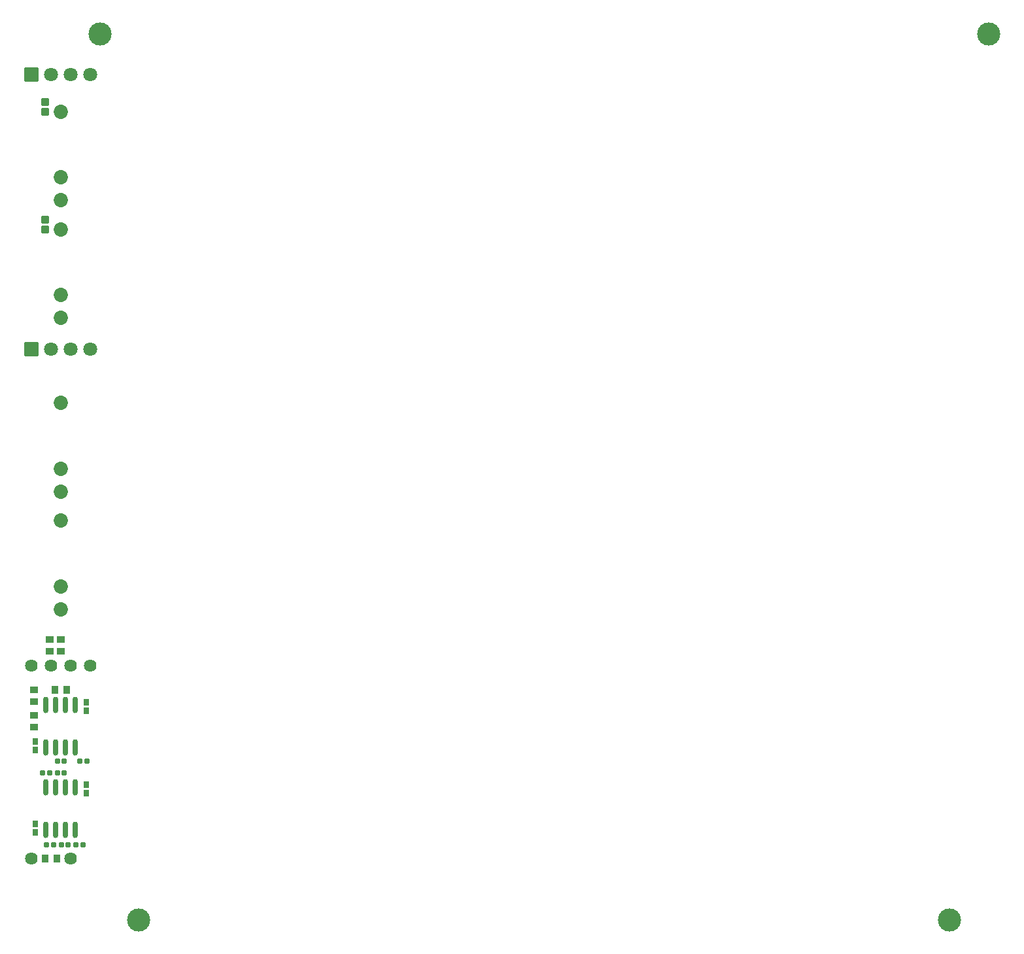
<source format=gbs>
G04 Layer: BottomSolderMaskLayer*
G04 EasyEDA v6.5.29, 2023-07-16 12:04:07*
G04 4946885894e94847ae742278ab8b5cb3,5a6b42c53f6a479593ecc07194224c93,10*
G04 Gerber Generator version 0.2*
G04 Scale: 100 percent, Rotated: No, Reflected: No *
G04 Dimensions in millimeters *
G04 leading zeros omitted , absolute positions ,4 integer and 5 decimal *
%FSLAX45Y45*%
%MOMM*%

%AMMACRO1*1,1,$1,$2,$3*1,1,$1,$4,$5*1,1,$1,0-$2,0-$3*1,1,$1,0-$4,0-$5*20,1,$1,$2,$3,$4,$5,0*20,1,$1,$4,$5,0-$2,0-$3,0*20,1,$1,0-$2,0-$3,0-$4,0-$5,0*20,1,$1,0-$4,0-$5,$2,$3,0*4,1,4,$2,$3,$4,$5,0-$2,0-$3,0-$4,0-$5,$2,$3,0*%
%ADD10MACRO1,0.1016X0.2828X-0.27X0.2828X0.27*%
%ADD11MACRO1,0.1016X-0.2828X-0.27X-0.2828X0.27*%
%ADD12MACRO1,0.1016X0.4032X-0.432X0.4032X0.432*%
%ADD13MACRO1,0.1016X-0.4032X-0.432X-0.4032X0.432*%
%ADD14MACRO1,0.1016X0.27X0.395X-0.27X0.395*%
%ADD15MACRO1,0.1016X0.27X-0.395X-0.27X-0.395*%
%ADD16MACRO1,0.1016X0.432X0.4032X-0.432X0.4032*%
%ADD17MACRO1,0.1016X0.432X-0.4032X-0.432X-0.4032*%
%ADD18MACRO1,0.1016X-0.432X-0.4032X0.432X-0.4032*%
%ADD19MACRO1,0.1016X-0.432X0.4032X0.432X0.4032*%
%ADD20MACRO1,0.1016X-0.85X-0.85X0.85X-0.85*%
%ADD21C,1.8016*%
%ADD22MACRO1,0.1016X-0.27X-0.395X0.27X-0.395*%
%ADD23MACRO1,0.1016X-0.27X0.395X0.27X0.395*%
%ADD24O,0.68961X2.1466048*%
%ADD25MACRO1,0.1016X0.4536X0.4366X-0.4536X0.4366*%
%ADD26MACRO1,0.1016X0.4536X-0.4366X-0.4536X-0.4366*%
%ADD27C,1.8532*%
%ADD28C,1.6256*%
%ADD29C,3.0000*%

%LPD*%
D10*
G01*
X312317Y1841500D03*
D11*
G01*
X398882Y1841500D03*
D10*
G01*
X502817Y1841500D03*
D11*
G01*
X589382Y1841500D03*
D10*
G01*
X693317Y1841500D03*
D11*
G01*
X779882Y1841500D03*
D10*
G01*
X744117Y2921000D03*
D11*
G01*
X830682Y2921000D03*
D10*
G01*
X261517Y2768600D03*
D11*
G01*
X348082Y2768600D03*
D10*
G01*
X452017Y2768600D03*
D11*
G01*
X538582Y2768600D03*
D10*
G01*
X452017Y2921000D03*
D11*
G01*
X538582Y2921000D03*
D12*
G01*
X419975Y3848100D03*
D13*
G01*
X570624Y3848100D03*
D14*
G01*
X165100Y2002894D03*
D15*
G01*
X165100Y2111905D03*
D16*
G01*
X355600Y4344275D03*
D17*
G01*
X355600Y4494924D03*
D18*
G01*
X495300Y4494924D03*
D19*
G01*
X495300Y4344275D03*
D16*
G01*
X152400Y3366375D03*
D17*
G01*
X152400Y3517024D03*
D16*
G01*
X152400Y3696575D03*
D17*
G01*
X152400Y3847224D03*
D12*
G01*
X292975Y1663700D03*
D13*
G01*
X443624Y1663700D03*
D20*
G01*
X114300Y8255000D03*
D21*
G01*
X368300Y8255000D03*
G01*
X622300Y8255000D03*
G01*
X876300Y8255000D03*
D20*
G01*
X114300Y11811000D03*
D21*
G01*
X368300Y11811000D03*
G01*
X622300Y11811000D03*
G01*
X876300Y11811000D03*
D22*
G01*
X825500Y2619905D03*
D23*
G01*
X825500Y2510894D03*
D22*
G01*
X825500Y3686705D03*
D23*
G01*
X825500Y3577694D03*
D14*
G01*
X165100Y3069694D03*
D15*
G01*
X165100Y3178705D03*
D24*
G01*
X304800Y3655440D03*
G01*
X431800Y3655440D03*
G01*
X558800Y3655440D03*
G01*
X685800Y3655440D03*
G01*
X304800Y3100959D03*
G01*
X431800Y3100959D03*
G01*
X558800Y3100959D03*
G01*
X685800Y3100959D03*
G01*
X304800Y2588640D03*
G01*
X431800Y2588640D03*
G01*
X558800Y2588640D03*
G01*
X685800Y2588640D03*
G01*
X304800Y2034159D03*
G01*
X431800Y2034159D03*
G01*
X558800Y2034159D03*
G01*
X685800Y2034159D03*
D25*
G01*
X292100Y11329743D03*
D26*
G01*
X292100Y11454056D03*
D25*
G01*
X292100Y9805743D03*
D26*
G01*
X292100Y9930056D03*
D27*
G01*
X493521Y7561986D03*
G01*
X493521Y6712000D03*
G01*
X493521Y6411976D03*
G01*
X493521Y6037986D03*
G01*
X493521Y5188000D03*
G01*
X493521Y4887976D03*
G01*
X493521Y11333861D03*
G01*
X493521Y10483875D03*
G01*
X493521Y10183850D03*
G01*
X493521Y9809886D03*
G01*
X493521Y8959900D03*
G01*
X493521Y8659876D03*
D28*
G01*
X114300Y4163695D03*
G01*
X368300Y4163695D03*
G01*
X622300Y4163695D03*
G01*
X876300Y4163695D03*
G01*
X622300Y1663700D03*
G01*
X114300Y1663700D03*
D29*
G01*
X999997Y12337999D03*
G01*
X12505994Y12337999D03*
G01*
X1499997Y870000D03*
G01*
X12005995Y870000D03*
M02*

</source>
